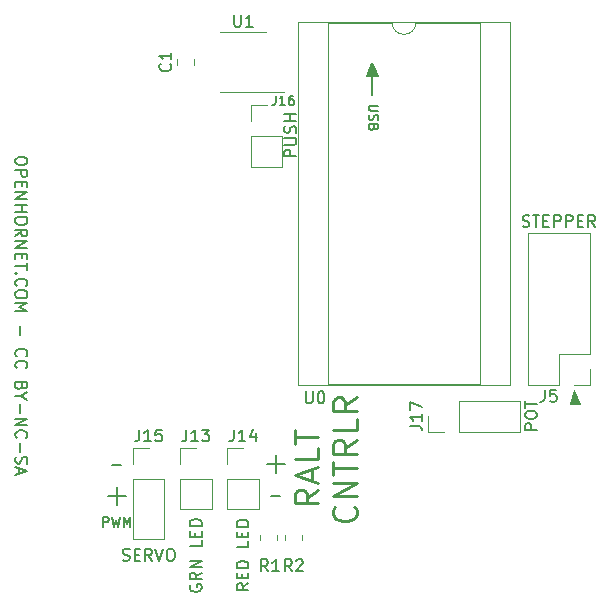
<source format=gbr>
G04 #@! TF.GenerationSoftware,KiCad,Pcbnew,(5.1.9)-1*
G04 #@! TF.CreationDate,2021-10-30T20:33:53-06:00*
G04 #@! TF.ProjectId,ralt_controller,72616c74-5f63-46f6-9e74-726f6c6c6572,1*
G04 #@! TF.SameCoordinates,Original*
G04 #@! TF.FileFunction,Legend,Top*
G04 #@! TF.FilePolarity,Positive*
%FSLAX46Y46*%
G04 Gerber Fmt 4.6, Leading zero omitted, Abs format (unit mm)*
G04 Created by KiCad (PCBNEW (5.1.9)-1) date 2021-10-30 20:33:53*
%MOMM*%
%LPD*%
G01*
G04 APERTURE LIST*
%ADD10C,0.100000*%
%ADD11C,0.150000*%
%ADD12C,0.250000*%
%ADD13C,0.120000*%
G04 APERTURE END LIST*
D10*
G36*
X74355000Y-80761000D02*
G01*
X73466000Y-80761000D01*
X73847000Y-79618000D01*
X74355000Y-80761000D01*
G37*
X74355000Y-80761000D02*
X73466000Y-80761000D01*
X73847000Y-79618000D01*
X74355000Y-80761000D01*
D11*
X33988190Y-91155904D02*
X33988190Y-90355904D01*
X34292952Y-90355904D01*
X34369142Y-90394000D01*
X34407238Y-90432095D01*
X34445333Y-90508285D01*
X34445333Y-90622571D01*
X34407238Y-90698761D01*
X34369142Y-90736857D01*
X34292952Y-90774952D01*
X33988190Y-90774952D01*
X34712000Y-90355904D02*
X34902476Y-91155904D01*
X35054857Y-90584476D01*
X35207238Y-91155904D01*
X35397714Y-90355904D01*
X35702476Y-91155904D02*
X35702476Y-90355904D01*
X35969142Y-90927333D01*
X36235809Y-90355904D01*
X36235809Y-91155904D01*
X34350095Y-88523857D02*
X35873904Y-88523857D01*
X35112000Y-89285761D02*
X35112000Y-87761952D01*
X34731047Y-85912428D02*
X35492952Y-85912428D01*
X48193047Y-88579428D02*
X48954952Y-88579428D01*
X47812095Y-85856857D02*
X49335904Y-85856857D01*
X48574000Y-86618761D02*
X48574000Y-85094952D01*
D10*
G36*
X56752000Y-52140400D02*
G01*
X57158400Y-52953200D01*
X56396400Y-52953200D01*
X56752000Y-52089600D01*
X56752000Y-52140400D01*
G37*
X56752000Y-52140400D02*
X57158400Y-52953200D01*
X56396400Y-52953200D01*
X56752000Y-52089600D01*
X56752000Y-52140400D01*
D11*
X56752000Y-54629600D02*
X56752000Y-51886400D01*
X57260000Y-53004000D02*
X56752000Y-51886400D01*
X56294800Y-53004000D02*
X57260000Y-53004000D01*
X56752000Y-51886400D02*
X56294800Y-53004000D01*
X57248095Y-55502976D02*
X56600476Y-55502976D01*
X56524285Y-55541071D01*
X56486190Y-55579166D01*
X56448095Y-55655357D01*
X56448095Y-55807738D01*
X56486190Y-55883928D01*
X56524285Y-55922023D01*
X56600476Y-55960119D01*
X57248095Y-55960119D01*
X56486190Y-56302976D02*
X56448095Y-56417261D01*
X56448095Y-56607738D01*
X56486190Y-56683928D01*
X56524285Y-56722023D01*
X56600476Y-56760119D01*
X56676666Y-56760119D01*
X56752857Y-56722023D01*
X56790952Y-56683928D01*
X56829047Y-56607738D01*
X56867142Y-56455357D01*
X56905238Y-56379166D01*
X56943333Y-56341071D01*
X57019523Y-56302976D01*
X57095714Y-56302976D01*
X57171904Y-56341071D01*
X57210000Y-56379166D01*
X57248095Y-56455357D01*
X57248095Y-56645833D01*
X57210000Y-56760119D01*
X56867142Y-57369642D02*
X56829047Y-57483928D01*
X56790952Y-57522023D01*
X56714761Y-57560119D01*
X56600476Y-57560119D01*
X56524285Y-57522023D01*
X56486190Y-57483928D01*
X56448095Y-57407738D01*
X56448095Y-57102976D01*
X57248095Y-57102976D01*
X57248095Y-57369642D01*
X57210000Y-57445833D01*
X57171904Y-57483928D01*
X57095714Y-57522023D01*
X57019523Y-57522023D01*
X56943333Y-57483928D01*
X56905238Y-57445833D01*
X56867142Y-57369642D01*
X56867142Y-57102976D01*
X27531619Y-60101333D02*
X27531619Y-60291809D01*
X27484000Y-60387047D01*
X27388761Y-60482285D01*
X27198285Y-60529904D01*
X26864952Y-60529904D01*
X26674476Y-60482285D01*
X26579238Y-60387047D01*
X26531619Y-60291809D01*
X26531619Y-60101333D01*
X26579238Y-60006095D01*
X26674476Y-59910857D01*
X26864952Y-59863238D01*
X27198285Y-59863238D01*
X27388761Y-59910857D01*
X27484000Y-60006095D01*
X27531619Y-60101333D01*
X26531619Y-60958476D02*
X27531619Y-60958476D01*
X27531619Y-61339428D01*
X27484000Y-61434666D01*
X27436380Y-61482285D01*
X27341142Y-61529904D01*
X27198285Y-61529904D01*
X27103047Y-61482285D01*
X27055428Y-61434666D01*
X27007809Y-61339428D01*
X27007809Y-60958476D01*
X27055428Y-61958476D02*
X27055428Y-62291809D01*
X26531619Y-62434666D02*
X26531619Y-61958476D01*
X27531619Y-61958476D01*
X27531619Y-62434666D01*
X26531619Y-62863238D02*
X27531619Y-62863238D01*
X26531619Y-63434666D01*
X27531619Y-63434666D01*
X26531619Y-63910857D02*
X27531619Y-63910857D01*
X27055428Y-63910857D02*
X27055428Y-64482285D01*
X26531619Y-64482285D02*
X27531619Y-64482285D01*
X27531619Y-65148952D02*
X27531619Y-65339428D01*
X27484000Y-65434666D01*
X27388761Y-65529904D01*
X27198285Y-65577523D01*
X26864952Y-65577523D01*
X26674476Y-65529904D01*
X26579238Y-65434666D01*
X26531619Y-65339428D01*
X26531619Y-65148952D01*
X26579238Y-65053714D01*
X26674476Y-64958476D01*
X26864952Y-64910857D01*
X27198285Y-64910857D01*
X27388761Y-64958476D01*
X27484000Y-65053714D01*
X27531619Y-65148952D01*
X26531619Y-66577523D02*
X27007809Y-66244190D01*
X26531619Y-66006095D02*
X27531619Y-66006095D01*
X27531619Y-66387047D01*
X27484000Y-66482285D01*
X27436380Y-66529904D01*
X27341142Y-66577523D01*
X27198285Y-66577523D01*
X27103047Y-66529904D01*
X27055428Y-66482285D01*
X27007809Y-66387047D01*
X27007809Y-66006095D01*
X26531619Y-67006095D02*
X27531619Y-67006095D01*
X26531619Y-67577523D01*
X27531619Y-67577523D01*
X27055428Y-68053714D02*
X27055428Y-68387047D01*
X26531619Y-68529904D02*
X26531619Y-68053714D01*
X27531619Y-68053714D01*
X27531619Y-68529904D01*
X27531619Y-68815619D02*
X27531619Y-69387047D01*
X26531619Y-69101333D02*
X27531619Y-69101333D01*
X26626857Y-69720380D02*
X26579238Y-69768000D01*
X26531619Y-69720380D01*
X26579238Y-69672761D01*
X26626857Y-69720380D01*
X26531619Y-69720380D01*
X26626857Y-70768000D02*
X26579238Y-70720380D01*
X26531619Y-70577523D01*
X26531619Y-70482285D01*
X26579238Y-70339428D01*
X26674476Y-70244190D01*
X26769714Y-70196571D01*
X26960190Y-70148952D01*
X27103047Y-70148952D01*
X27293523Y-70196571D01*
X27388761Y-70244190D01*
X27484000Y-70339428D01*
X27531619Y-70482285D01*
X27531619Y-70577523D01*
X27484000Y-70720380D01*
X27436380Y-70768000D01*
X27531619Y-71387047D02*
X27531619Y-71577523D01*
X27484000Y-71672761D01*
X27388761Y-71768000D01*
X27198285Y-71815619D01*
X26864952Y-71815619D01*
X26674476Y-71768000D01*
X26579238Y-71672761D01*
X26531619Y-71577523D01*
X26531619Y-71387047D01*
X26579238Y-71291809D01*
X26674476Y-71196571D01*
X26864952Y-71148952D01*
X27198285Y-71148952D01*
X27388761Y-71196571D01*
X27484000Y-71291809D01*
X27531619Y-71387047D01*
X26531619Y-72244190D02*
X27531619Y-72244190D01*
X26817333Y-72577523D01*
X27531619Y-72910857D01*
X26531619Y-72910857D01*
X26912571Y-74148952D02*
X26912571Y-74910857D01*
X26626857Y-76720380D02*
X26579238Y-76672761D01*
X26531619Y-76529904D01*
X26531619Y-76434666D01*
X26579238Y-76291809D01*
X26674476Y-76196571D01*
X26769714Y-76148952D01*
X26960190Y-76101333D01*
X27103047Y-76101333D01*
X27293523Y-76148952D01*
X27388761Y-76196571D01*
X27484000Y-76291809D01*
X27531619Y-76434666D01*
X27531619Y-76529904D01*
X27484000Y-76672761D01*
X27436380Y-76720380D01*
X26626857Y-77720380D02*
X26579238Y-77672761D01*
X26531619Y-77529904D01*
X26531619Y-77434666D01*
X26579238Y-77291809D01*
X26674476Y-77196571D01*
X26769714Y-77148952D01*
X26960190Y-77101333D01*
X27103047Y-77101333D01*
X27293523Y-77148952D01*
X27388761Y-77196571D01*
X27484000Y-77291809D01*
X27531619Y-77434666D01*
X27531619Y-77529904D01*
X27484000Y-77672761D01*
X27436380Y-77720380D01*
X27055428Y-79244190D02*
X27007809Y-79387047D01*
X26960190Y-79434666D01*
X26864952Y-79482285D01*
X26722095Y-79482285D01*
X26626857Y-79434666D01*
X26579238Y-79387047D01*
X26531619Y-79291809D01*
X26531619Y-78910857D01*
X27531619Y-78910857D01*
X27531619Y-79244190D01*
X27484000Y-79339428D01*
X27436380Y-79387047D01*
X27341142Y-79434666D01*
X27245904Y-79434666D01*
X27150666Y-79387047D01*
X27103047Y-79339428D01*
X27055428Y-79244190D01*
X27055428Y-78910857D01*
X27007809Y-80101333D02*
X26531619Y-80101333D01*
X27531619Y-79768000D02*
X27007809Y-80101333D01*
X27531619Y-80434666D01*
X26912571Y-80768000D02*
X26912571Y-81529904D01*
X26531619Y-82006095D02*
X27531619Y-82006095D01*
X26531619Y-82577523D01*
X27531619Y-82577523D01*
X26626857Y-83625142D02*
X26579238Y-83577523D01*
X26531619Y-83434666D01*
X26531619Y-83339428D01*
X26579238Y-83196571D01*
X26674476Y-83101333D01*
X26769714Y-83053714D01*
X26960190Y-83006095D01*
X27103047Y-83006095D01*
X27293523Y-83053714D01*
X27388761Y-83101333D01*
X27484000Y-83196571D01*
X27531619Y-83339428D01*
X27531619Y-83434666D01*
X27483999Y-83577523D01*
X27436380Y-83625142D01*
X26912571Y-84053714D02*
X26912571Y-84815619D01*
X26579238Y-85244190D02*
X26531619Y-85387047D01*
X26531619Y-85625142D01*
X26579238Y-85720380D01*
X26626857Y-85768000D01*
X26722095Y-85815619D01*
X26817333Y-85815619D01*
X26912571Y-85768000D01*
X26960190Y-85720380D01*
X27007809Y-85625142D01*
X27055428Y-85434666D01*
X27103047Y-85339428D01*
X27150666Y-85291809D01*
X27245904Y-85244190D01*
X27341142Y-85244190D01*
X27436380Y-85291809D01*
X27483999Y-85339428D01*
X27531619Y-85434666D01*
X27531619Y-85672761D01*
X27483999Y-85815619D01*
X26817333Y-86196571D02*
X26817333Y-86672761D01*
X26531619Y-86101333D02*
X27531619Y-86434666D01*
X26531619Y-86768000D01*
D12*
X52171761Y-88031428D02*
X51219380Y-88698095D01*
X52171761Y-89174285D02*
X50171761Y-89174285D01*
X50171761Y-88412380D01*
X50267000Y-88221904D01*
X50362238Y-88126666D01*
X50552714Y-88031428D01*
X50838428Y-88031428D01*
X51028904Y-88126666D01*
X51124142Y-88221904D01*
X51219380Y-88412380D01*
X51219380Y-89174285D01*
X51600333Y-87269523D02*
X51600333Y-86317142D01*
X52171761Y-87460000D02*
X50171761Y-86793333D01*
X52171761Y-86126666D01*
X52171761Y-84507619D02*
X52171761Y-85460000D01*
X50171761Y-85460000D01*
X50171761Y-84126666D02*
X50171761Y-82983809D01*
X52171761Y-83555238D02*
X50171761Y-83555238D01*
X55231285Y-89460000D02*
X55326523Y-89555238D01*
X55421761Y-89840952D01*
X55421761Y-90031428D01*
X55326523Y-90317142D01*
X55136047Y-90507619D01*
X54945571Y-90602857D01*
X54564619Y-90698095D01*
X54278904Y-90698095D01*
X53897952Y-90602857D01*
X53707476Y-90507619D01*
X53517000Y-90317142D01*
X53421761Y-90031428D01*
X53421761Y-89840952D01*
X53517000Y-89555238D01*
X53612238Y-89460000D01*
X55421761Y-88602857D02*
X53421761Y-88602857D01*
X55421761Y-87460000D01*
X53421761Y-87460000D01*
X53421761Y-86793333D02*
X53421761Y-85650476D01*
X55421761Y-86221904D02*
X53421761Y-86221904D01*
X55421761Y-83840952D02*
X54469380Y-84507619D01*
X55421761Y-84983809D02*
X53421761Y-84983809D01*
X53421761Y-84221904D01*
X53517000Y-84031428D01*
X53612238Y-83936190D01*
X53802714Y-83840952D01*
X54088428Y-83840952D01*
X54278904Y-83936190D01*
X54374142Y-84031428D01*
X54469380Y-84221904D01*
X54469380Y-84983809D01*
X55421761Y-82031428D02*
X55421761Y-82983809D01*
X53421761Y-82983809D01*
X55421761Y-80221904D02*
X54469380Y-80888571D01*
X55421761Y-81364761D02*
X53421761Y-81364761D01*
X53421761Y-80602857D01*
X53517000Y-80412380D01*
X53612238Y-80317142D01*
X53802714Y-80221904D01*
X54088428Y-80221904D01*
X54278904Y-80317142D01*
X54374142Y-80412380D01*
X54469380Y-80602857D01*
X54469380Y-81364761D01*
D13*
X49363000Y-92314564D02*
X49363000Y-91860436D01*
X50833000Y-92314564D02*
X50833000Y-91860436D01*
X48674000Y-91836936D02*
X48674000Y-92291064D01*
X47204000Y-91836936D02*
X47204000Y-92291064D01*
X69220000Y-83140000D02*
X69220000Y-80480000D01*
X64080000Y-83140000D02*
X69220000Y-83140000D01*
X64080000Y-80480000D02*
X69220000Y-80480000D01*
X64080000Y-83140000D02*
X64080000Y-80480000D01*
X62810000Y-83140000D02*
X61480000Y-83140000D01*
X61480000Y-83140000D02*
X61480000Y-81810000D01*
X40219000Y-52066252D02*
X40219000Y-51543748D01*
X41689000Y-52066252D02*
X41689000Y-51543748D01*
X45810000Y-49250000D02*
X43860000Y-49250000D01*
X45810000Y-49250000D02*
X47760000Y-49250000D01*
X45810000Y-54370000D02*
X43860000Y-54370000D01*
X45810000Y-54370000D02*
X49260000Y-54370000D01*
X60430000Y-48480000D02*
G75*
G02*
X58430000Y-48480000I-1000000J0D01*
G01*
X58430000Y-48480000D02*
X52970000Y-48480000D01*
X52970000Y-48480000D02*
X52970000Y-79080000D01*
X52970000Y-79080000D02*
X65890000Y-79080000D01*
X65890000Y-79080000D02*
X65890000Y-48480000D01*
X65890000Y-48480000D02*
X60430000Y-48480000D01*
X50480000Y-48420000D02*
X50480000Y-79140000D01*
X50480000Y-79140000D02*
X68380000Y-79140000D01*
X68380000Y-79140000D02*
X68380000Y-48420000D01*
X68380000Y-48420000D02*
X50480000Y-48420000D01*
X46480000Y-60680000D02*
X49140000Y-60680000D01*
X46480000Y-58080000D02*
X46480000Y-60680000D01*
X49140000Y-58080000D02*
X49140000Y-60680000D01*
X46480000Y-58080000D02*
X49140000Y-58080000D01*
X46480000Y-56810000D02*
X46480000Y-55480000D01*
X46480000Y-55480000D02*
X47810000Y-55480000D01*
X36480000Y-92220000D02*
X39140000Y-92220000D01*
X36480000Y-87080000D02*
X36480000Y-92220000D01*
X39140000Y-87080000D02*
X39140000Y-92220000D01*
X36480000Y-87080000D02*
X39140000Y-87080000D01*
X36480000Y-85810000D02*
X36480000Y-84480000D01*
X36480000Y-84480000D02*
X37810000Y-84480000D01*
X44480000Y-89680000D02*
X47140000Y-89680000D01*
X44480000Y-87080000D02*
X44480000Y-89680000D01*
X47140000Y-87080000D02*
X47140000Y-89680000D01*
X44480000Y-87080000D02*
X47140000Y-87080000D01*
X44480000Y-85810000D02*
X44480000Y-84480000D01*
X44480000Y-84480000D02*
X45810000Y-84480000D01*
X40480000Y-89680000D02*
X43140000Y-89680000D01*
X40480000Y-87080000D02*
X40480000Y-89680000D01*
X43140000Y-87080000D02*
X43140000Y-89680000D01*
X40480000Y-87080000D02*
X43140000Y-87080000D01*
X40480000Y-85810000D02*
X40480000Y-84480000D01*
X40480000Y-84480000D02*
X41810000Y-84480000D01*
X75140000Y-66320000D02*
X69940000Y-66320000D01*
X75140000Y-76540000D02*
X75140000Y-66320000D01*
X69940000Y-79140000D02*
X69940000Y-66320000D01*
X75140000Y-76540000D02*
X72540000Y-76540000D01*
X72540000Y-76540000D02*
X72540000Y-79140000D01*
X72540000Y-79140000D02*
X69940000Y-79140000D01*
X75140000Y-77810000D02*
X75140000Y-79140000D01*
X75140000Y-79140000D02*
X73810000Y-79140000D01*
D11*
X49931333Y-94929380D02*
X49598000Y-94453190D01*
X49359904Y-94929380D02*
X49359904Y-93929380D01*
X49740857Y-93929380D01*
X49836095Y-93977000D01*
X49883714Y-94024619D01*
X49931333Y-94119857D01*
X49931333Y-94262714D01*
X49883714Y-94357952D01*
X49836095Y-94405571D01*
X49740857Y-94453190D01*
X49359904Y-94453190D01*
X50312285Y-94024619D02*
X50359904Y-93977000D01*
X50455142Y-93929380D01*
X50693238Y-93929380D01*
X50788476Y-93977000D01*
X50836095Y-94024619D01*
X50883714Y-94119857D01*
X50883714Y-94215095D01*
X50836095Y-94357952D01*
X50264666Y-94929380D01*
X50883714Y-94929380D01*
X47899333Y-94929380D02*
X47566000Y-94453190D01*
X47327904Y-94929380D02*
X47327904Y-93929380D01*
X47708857Y-93929380D01*
X47804095Y-93977000D01*
X47851714Y-94024619D01*
X47899333Y-94119857D01*
X47899333Y-94262714D01*
X47851714Y-94357952D01*
X47804095Y-94405571D01*
X47708857Y-94453190D01*
X47327904Y-94453190D01*
X48851714Y-94929380D02*
X48280285Y-94929380D01*
X48566000Y-94929380D02*
X48566000Y-93929380D01*
X48470761Y-94072238D01*
X48375523Y-94167476D01*
X48280285Y-94215095D01*
X59932380Y-82619523D02*
X60646666Y-82619523D01*
X60789523Y-82667142D01*
X60884761Y-82762380D01*
X60932380Y-82905238D01*
X60932380Y-83000476D01*
X60932380Y-81619523D02*
X60932380Y-82190952D01*
X60932380Y-81905238D02*
X59932380Y-81905238D01*
X60075238Y-82000476D01*
X60170476Y-82095714D01*
X60218095Y-82190952D01*
X59932380Y-81286190D02*
X59932380Y-80619523D01*
X60932380Y-81048095D01*
X70672380Y-82976666D02*
X69672380Y-82976666D01*
X69672380Y-82595714D01*
X69720000Y-82500476D01*
X69767619Y-82452857D01*
X69862857Y-82405238D01*
X70005714Y-82405238D01*
X70100952Y-82452857D01*
X70148571Y-82500476D01*
X70196190Y-82595714D01*
X70196190Y-82976666D01*
X69672380Y-81786190D02*
X69672380Y-81595714D01*
X69720000Y-81500476D01*
X69815238Y-81405238D01*
X70005714Y-81357619D01*
X70339047Y-81357619D01*
X70529523Y-81405238D01*
X70624761Y-81500476D01*
X70672380Y-81595714D01*
X70672380Y-81786190D01*
X70624761Y-81881428D01*
X70529523Y-81976666D01*
X70339047Y-82024285D01*
X70005714Y-82024285D01*
X69815238Y-81976666D01*
X69720000Y-81881428D01*
X69672380Y-81786190D01*
X69672380Y-81071904D02*
X69672380Y-80500476D01*
X70672380Y-80786190D02*
X69672380Y-80786190D01*
X39631142Y-51971666D02*
X39678761Y-52019285D01*
X39726380Y-52162142D01*
X39726380Y-52257380D01*
X39678761Y-52400238D01*
X39583523Y-52495476D01*
X39488285Y-52543095D01*
X39297809Y-52590714D01*
X39154952Y-52590714D01*
X38964476Y-52543095D01*
X38869238Y-52495476D01*
X38774000Y-52400238D01*
X38726380Y-52257380D01*
X38726380Y-52162142D01*
X38774000Y-52019285D01*
X38821619Y-51971666D01*
X39726380Y-51019285D02*
X39726380Y-51590714D01*
X39726380Y-51305000D02*
X38726380Y-51305000D01*
X38869238Y-51400238D01*
X38964476Y-51495476D01*
X39012095Y-51590714D01*
X45048095Y-47828380D02*
X45048095Y-48637904D01*
X45095714Y-48733142D01*
X45143333Y-48780761D01*
X45238571Y-48828380D01*
X45429047Y-48828380D01*
X45524285Y-48780761D01*
X45571904Y-48733142D01*
X45619523Y-48637904D01*
X45619523Y-47828380D01*
X46619523Y-48828380D02*
X46048095Y-48828380D01*
X46333809Y-48828380D02*
X46333809Y-47828380D01*
X46238571Y-47971238D01*
X46143333Y-48066476D01*
X46048095Y-48114095D01*
X51114095Y-79705380D02*
X51114095Y-80514904D01*
X51161714Y-80610142D01*
X51209333Y-80657761D01*
X51304571Y-80705380D01*
X51495047Y-80705380D01*
X51590285Y-80657761D01*
X51637904Y-80610142D01*
X51685523Y-80514904D01*
X51685523Y-79705380D01*
X52352190Y-79705380D02*
X52447428Y-79705380D01*
X52542666Y-79753000D01*
X52590285Y-79800619D01*
X52637904Y-79895857D01*
X52685523Y-80086333D01*
X52685523Y-80324428D01*
X52637904Y-80514904D01*
X52590285Y-80610142D01*
X52542666Y-80657761D01*
X52447428Y-80705380D01*
X52352190Y-80705380D01*
X52256952Y-80657761D01*
X52209333Y-80610142D01*
X52161714Y-80514904D01*
X52114095Y-80324428D01*
X52114095Y-80086333D01*
X52161714Y-79895857D01*
X52209333Y-79800619D01*
X52256952Y-79753000D01*
X52352190Y-79705380D01*
X48561380Y-54668904D02*
X48561380Y-55240333D01*
X48523285Y-55354619D01*
X48447095Y-55430809D01*
X48332809Y-55468904D01*
X48256619Y-55468904D01*
X49361380Y-55468904D02*
X48904238Y-55468904D01*
X49132809Y-55468904D02*
X49132809Y-54668904D01*
X49056619Y-54783190D01*
X48980428Y-54859380D01*
X48904238Y-54897476D01*
X50047095Y-54668904D02*
X49894714Y-54668904D01*
X49818523Y-54707000D01*
X49780428Y-54745095D01*
X49704238Y-54859380D01*
X49666142Y-55011761D01*
X49666142Y-55316523D01*
X49704238Y-55392714D01*
X49742333Y-55430809D01*
X49818523Y-55468904D01*
X49970904Y-55468904D01*
X50047095Y-55430809D01*
X50085190Y-55392714D01*
X50123285Y-55316523D01*
X50123285Y-55126047D01*
X50085190Y-55049857D01*
X50047095Y-55011761D01*
X49970904Y-54973666D01*
X49818523Y-54973666D01*
X49742333Y-55011761D01*
X49704238Y-55049857D01*
X49666142Y-55126047D01*
X50296380Y-59813714D02*
X49296380Y-59813714D01*
X49296380Y-59432761D01*
X49344000Y-59337523D01*
X49391619Y-59289904D01*
X49486857Y-59242285D01*
X49629714Y-59242285D01*
X49724952Y-59289904D01*
X49772571Y-59337523D01*
X49820190Y-59432761D01*
X49820190Y-59813714D01*
X49296380Y-58813714D02*
X50105904Y-58813714D01*
X50201142Y-58766095D01*
X50248761Y-58718476D01*
X50296380Y-58623238D01*
X50296380Y-58432761D01*
X50248761Y-58337523D01*
X50201142Y-58289904D01*
X50105904Y-58242285D01*
X49296380Y-58242285D01*
X50248761Y-57813714D02*
X50296380Y-57670857D01*
X50296380Y-57432761D01*
X50248761Y-57337523D01*
X50201142Y-57289904D01*
X50105904Y-57242285D01*
X50010666Y-57242285D01*
X49915428Y-57289904D01*
X49867809Y-57337523D01*
X49820190Y-57432761D01*
X49772571Y-57623238D01*
X49724952Y-57718476D01*
X49677333Y-57766095D01*
X49582095Y-57813714D01*
X49486857Y-57813714D01*
X49391619Y-57766095D01*
X49344000Y-57718476D01*
X49296380Y-57623238D01*
X49296380Y-57385142D01*
X49344000Y-57242285D01*
X50296380Y-56813714D02*
X49296380Y-56813714D01*
X49772571Y-56813714D02*
X49772571Y-56242285D01*
X50296380Y-56242285D02*
X49296380Y-56242285D01*
X37000476Y-82932380D02*
X37000476Y-83646666D01*
X36952857Y-83789523D01*
X36857619Y-83884761D01*
X36714761Y-83932380D01*
X36619523Y-83932380D01*
X38000476Y-83932380D02*
X37429047Y-83932380D01*
X37714761Y-83932380D02*
X37714761Y-82932380D01*
X37619523Y-83075238D01*
X37524285Y-83170476D01*
X37429047Y-83218095D01*
X38905238Y-82932380D02*
X38429047Y-82932380D01*
X38381428Y-83408571D01*
X38429047Y-83360952D01*
X38524285Y-83313333D01*
X38762380Y-83313333D01*
X38857619Y-83360952D01*
X38905238Y-83408571D01*
X38952857Y-83503809D01*
X38952857Y-83741904D01*
X38905238Y-83837142D01*
X38857619Y-83884761D01*
X38762380Y-83932380D01*
X38524285Y-83932380D01*
X38429047Y-83884761D01*
X38381428Y-83837142D01*
X35619523Y-93992761D02*
X35762380Y-94040380D01*
X36000476Y-94040380D01*
X36095714Y-93992761D01*
X36143333Y-93945142D01*
X36190952Y-93849904D01*
X36190952Y-93754666D01*
X36143333Y-93659428D01*
X36095714Y-93611809D01*
X36000476Y-93564190D01*
X35810000Y-93516571D01*
X35714761Y-93468952D01*
X35667142Y-93421333D01*
X35619523Y-93326095D01*
X35619523Y-93230857D01*
X35667142Y-93135619D01*
X35714761Y-93088000D01*
X35810000Y-93040380D01*
X36048095Y-93040380D01*
X36190952Y-93088000D01*
X36619523Y-93516571D02*
X36952857Y-93516571D01*
X37095714Y-94040380D02*
X36619523Y-94040380D01*
X36619523Y-93040380D01*
X37095714Y-93040380D01*
X38095714Y-94040380D02*
X37762380Y-93564190D01*
X37524285Y-94040380D02*
X37524285Y-93040380D01*
X37905238Y-93040380D01*
X38000476Y-93088000D01*
X38048095Y-93135619D01*
X38095714Y-93230857D01*
X38095714Y-93373714D01*
X38048095Y-93468952D01*
X38000476Y-93516571D01*
X37905238Y-93564190D01*
X37524285Y-93564190D01*
X38381428Y-93040380D02*
X38714761Y-94040380D01*
X39048095Y-93040380D01*
X39571904Y-93040380D02*
X39762380Y-93040380D01*
X39857619Y-93088000D01*
X39952857Y-93183238D01*
X40000476Y-93373714D01*
X40000476Y-93707047D01*
X39952857Y-93897523D01*
X39857619Y-93992761D01*
X39762380Y-94040380D01*
X39571904Y-94040380D01*
X39476666Y-93992761D01*
X39381428Y-93897523D01*
X39333809Y-93707047D01*
X39333809Y-93373714D01*
X39381428Y-93183238D01*
X39476666Y-93088000D01*
X39571904Y-93040380D01*
X45000476Y-82932380D02*
X45000476Y-83646666D01*
X44952857Y-83789523D01*
X44857619Y-83884761D01*
X44714761Y-83932380D01*
X44619523Y-83932380D01*
X46000476Y-83932380D02*
X45429047Y-83932380D01*
X45714761Y-83932380D02*
X45714761Y-82932380D01*
X45619523Y-83075238D01*
X45524285Y-83170476D01*
X45429047Y-83218095D01*
X46857619Y-83265714D02*
X46857619Y-83932380D01*
X46619523Y-82884761D02*
X46381428Y-83599047D01*
X47000476Y-83599047D01*
X46262380Y-95968952D02*
X45786190Y-96302285D01*
X46262380Y-96540380D02*
X45262380Y-96540380D01*
X45262380Y-96159428D01*
X45310000Y-96064190D01*
X45357619Y-96016571D01*
X45452857Y-95968952D01*
X45595714Y-95968952D01*
X45690952Y-96016571D01*
X45738571Y-96064190D01*
X45786190Y-96159428D01*
X45786190Y-96540380D01*
X45738571Y-95540380D02*
X45738571Y-95207047D01*
X46262380Y-95064190D02*
X46262380Y-95540380D01*
X45262380Y-95540380D01*
X45262380Y-95064190D01*
X46262380Y-94635619D02*
X45262380Y-94635619D01*
X45262380Y-94397523D01*
X45310000Y-94254666D01*
X45405238Y-94159428D01*
X45500476Y-94111809D01*
X45690952Y-94064190D01*
X45833809Y-94064190D01*
X46024285Y-94111809D01*
X46119523Y-94159428D01*
X46214761Y-94254666D01*
X46262380Y-94397523D01*
X46262380Y-94635619D01*
X46262380Y-92397523D02*
X46262380Y-92873714D01*
X45262380Y-92873714D01*
X45738571Y-92064190D02*
X45738571Y-91730857D01*
X46262380Y-91588000D02*
X46262380Y-92064190D01*
X45262380Y-92064190D01*
X45262380Y-91588000D01*
X46262380Y-91159428D02*
X45262380Y-91159428D01*
X45262380Y-90921333D01*
X45310000Y-90778476D01*
X45405238Y-90683238D01*
X45500476Y-90635619D01*
X45690952Y-90588000D01*
X45833809Y-90588000D01*
X46024285Y-90635619D01*
X46119523Y-90683238D01*
X46214761Y-90778476D01*
X46262380Y-90921333D01*
X46262380Y-91159428D01*
X41000476Y-82932380D02*
X41000476Y-83646666D01*
X40952857Y-83789523D01*
X40857619Y-83884761D01*
X40714761Y-83932380D01*
X40619523Y-83932380D01*
X42000476Y-83932380D02*
X41429047Y-83932380D01*
X41714761Y-83932380D02*
X41714761Y-82932380D01*
X41619523Y-83075238D01*
X41524285Y-83170476D01*
X41429047Y-83218095D01*
X42333809Y-82932380D02*
X42952857Y-82932380D01*
X42619523Y-83313333D01*
X42762380Y-83313333D01*
X42857619Y-83360952D01*
X42905238Y-83408571D01*
X42952857Y-83503809D01*
X42952857Y-83741904D01*
X42905238Y-83837142D01*
X42857619Y-83884761D01*
X42762380Y-83932380D01*
X42476666Y-83932380D01*
X42381428Y-83884761D01*
X42333809Y-83837142D01*
X41343000Y-96088000D02*
X41295380Y-96183238D01*
X41295380Y-96326095D01*
X41343000Y-96468952D01*
X41438238Y-96564190D01*
X41533476Y-96611809D01*
X41723952Y-96659428D01*
X41866809Y-96659428D01*
X42057285Y-96611809D01*
X42152523Y-96564190D01*
X42247761Y-96468952D01*
X42295380Y-96326095D01*
X42295380Y-96230857D01*
X42247761Y-96088000D01*
X42200142Y-96040380D01*
X41866809Y-96040380D01*
X41866809Y-96230857D01*
X42295380Y-95040380D02*
X41819190Y-95373714D01*
X42295380Y-95611809D02*
X41295380Y-95611809D01*
X41295380Y-95230857D01*
X41343000Y-95135619D01*
X41390619Y-95088000D01*
X41485857Y-95040380D01*
X41628714Y-95040380D01*
X41723952Y-95088000D01*
X41771571Y-95135619D01*
X41819190Y-95230857D01*
X41819190Y-95611809D01*
X42295380Y-94611809D02*
X41295380Y-94611809D01*
X42295380Y-94040380D01*
X41295380Y-94040380D01*
X42295380Y-92326095D02*
X42295380Y-92802285D01*
X41295380Y-92802285D01*
X41771571Y-91992761D02*
X41771571Y-91659428D01*
X42295380Y-91516571D02*
X42295380Y-91992761D01*
X41295380Y-91992761D01*
X41295380Y-91516571D01*
X42295380Y-91088000D02*
X41295380Y-91088000D01*
X41295380Y-90849904D01*
X41343000Y-90707047D01*
X41438238Y-90611809D01*
X41533476Y-90564190D01*
X41723952Y-90516571D01*
X41866809Y-90516571D01*
X42057285Y-90564190D01*
X42152523Y-90611809D01*
X42247761Y-90707047D01*
X42295380Y-90849904D01*
X42295380Y-91088000D01*
X71354666Y-79578380D02*
X71354666Y-80292666D01*
X71307047Y-80435523D01*
X71211809Y-80530761D01*
X71068952Y-80578380D01*
X70973714Y-80578380D01*
X72307047Y-79578380D02*
X71830857Y-79578380D01*
X71783238Y-80054571D01*
X71830857Y-80006952D01*
X71926095Y-79959333D01*
X72164190Y-79959333D01*
X72259428Y-80006952D01*
X72307047Y-80054571D01*
X72354666Y-80149809D01*
X72354666Y-80387904D01*
X72307047Y-80483142D01*
X72259428Y-80530761D01*
X72164190Y-80578380D01*
X71926095Y-80578380D01*
X71830857Y-80530761D01*
X71783238Y-80483142D01*
X69468571Y-65724761D02*
X69611428Y-65772380D01*
X69849523Y-65772380D01*
X69944761Y-65724761D01*
X69992380Y-65677142D01*
X70040000Y-65581904D01*
X70040000Y-65486666D01*
X69992380Y-65391428D01*
X69944761Y-65343809D01*
X69849523Y-65296190D01*
X69659047Y-65248571D01*
X69563809Y-65200952D01*
X69516190Y-65153333D01*
X69468571Y-65058095D01*
X69468571Y-64962857D01*
X69516190Y-64867619D01*
X69563809Y-64820000D01*
X69659047Y-64772380D01*
X69897142Y-64772380D01*
X70040000Y-64820000D01*
X70325714Y-64772380D02*
X70897142Y-64772380D01*
X70611428Y-65772380D02*
X70611428Y-64772380D01*
X71230476Y-65248571D02*
X71563809Y-65248571D01*
X71706666Y-65772380D02*
X71230476Y-65772380D01*
X71230476Y-64772380D01*
X71706666Y-64772380D01*
X72135238Y-65772380D02*
X72135238Y-64772380D01*
X72516190Y-64772380D01*
X72611428Y-64820000D01*
X72659047Y-64867619D01*
X72706666Y-64962857D01*
X72706666Y-65105714D01*
X72659047Y-65200952D01*
X72611428Y-65248571D01*
X72516190Y-65296190D01*
X72135238Y-65296190D01*
X73135238Y-65772380D02*
X73135238Y-64772380D01*
X73516190Y-64772380D01*
X73611428Y-64820000D01*
X73659047Y-64867619D01*
X73706666Y-64962857D01*
X73706666Y-65105714D01*
X73659047Y-65200952D01*
X73611428Y-65248571D01*
X73516190Y-65296190D01*
X73135238Y-65296190D01*
X74135238Y-65248571D02*
X74468571Y-65248571D01*
X74611428Y-65772380D02*
X74135238Y-65772380D01*
X74135238Y-64772380D01*
X74611428Y-64772380D01*
X75611428Y-65772380D02*
X75278095Y-65296190D01*
X75040000Y-65772380D02*
X75040000Y-64772380D01*
X75420952Y-64772380D01*
X75516190Y-64820000D01*
X75563809Y-64867619D01*
X75611428Y-64962857D01*
X75611428Y-65105714D01*
X75563809Y-65200952D01*
X75516190Y-65248571D01*
X75420952Y-65296190D01*
X75040000Y-65296190D01*
M02*

</source>
